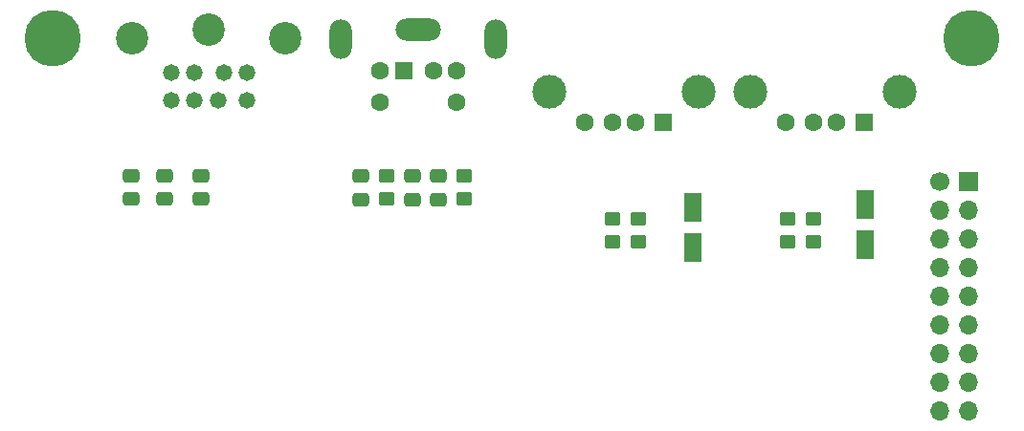
<source format=gbr>
%TF.GenerationSoftware,KiCad,Pcbnew,8.0.1*%
%TF.CreationDate,2024-04-03T08:14:29+10:00*%
%TF.ProjectId,Asus ATX USB PS2 Breakout,41737573-2041-4545-9820-555342205053,rev?*%
%TF.SameCoordinates,Original*%
%TF.FileFunction,Soldermask,Top*%
%TF.FilePolarity,Negative*%
%FSLAX46Y46*%
G04 Gerber Fmt 4.6, Leading zero omitted, Abs format (unit mm)*
G04 Created by KiCad (PCBNEW 8.0.1) date 2024-04-03 08:14:29*
%MOMM*%
%LPD*%
G01*
G04 APERTURE LIST*
G04 Aperture macros list*
%AMRoundRect*
0 Rectangle with rounded corners*
0 $1 Rounding radius*
0 $2 $3 $4 $5 $6 $7 $8 $9 X,Y pos of 4 corners*
0 Add a 4 corners polygon primitive as box body*
4,1,4,$2,$3,$4,$5,$6,$7,$8,$9,$2,$3,0*
0 Add four circle primitives for the rounded corners*
1,1,$1+$1,$2,$3*
1,1,$1+$1,$4,$5*
1,1,$1+$1,$6,$7*
1,1,$1+$1,$8,$9*
0 Add four rect primitives between the rounded corners*
20,1,$1+$1,$2,$3,$4,$5,0*
20,1,$1+$1,$4,$5,$6,$7,0*
20,1,$1+$1,$6,$7,$8,$9,0*
20,1,$1+$1,$8,$9,$2,$3,0*%
G04 Aperture macros list end*
%ADD10RoundRect,0.250000X-0.475000X0.337500X-0.475000X-0.337500X0.475000X-0.337500X0.475000X0.337500X0*%
%ADD11R,1.600000X1.500000*%
%ADD12C,1.600000*%
%ADD13C,3.000000*%
%ADD14RoundRect,0.250000X-0.450000X0.350000X-0.450000X-0.350000X0.450000X-0.350000X0.450000X0.350000X0*%
%ADD15RoundRect,0.250000X-0.550000X1.050000X-0.550000X-1.050000X0.550000X-1.050000X0.550000X1.050000X0*%
%ADD16C,2.900000*%
%ADD17C,5.000000*%
%ADD18C,1.473200*%
%ADD19C,2.870200*%
%ADD20R,1.600000X1.600000*%
%ADD21O,2.000000X3.500000*%
%ADD22O,4.000000X2.000000*%
%ADD23R,1.700000X1.700000*%
%ADD24O,1.700000X1.700000*%
%ADD25C,1.700000*%
G04 APERTURE END LIST*
D10*
%TO.C,C7*%
X124250000Y-88159500D03*
X124250000Y-86084500D03*
%TD*%
D11*
%TO.C,J4*%
X189174000Y-81306000D03*
D12*
X186674000Y-81306000D03*
X184674000Y-81306000D03*
X182174000Y-81306000D03*
D13*
X192244000Y-78596000D03*
X179104000Y-78596000D03*
%TD*%
D10*
%TO.C,C8*%
X127254000Y-86084500D03*
X127254000Y-88159500D03*
%TD*%
D14*
%TO.C,R5*%
X184658000Y-89932000D03*
X184658000Y-91932000D03*
%TD*%
%TO.C,R6*%
X153758000Y-88100000D03*
X153758000Y-86100000D03*
%TD*%
D10*
%TO.C,C6*%
X144600000Y-86092500D03*
X144600000Y-88167500D03*
%TD*%
D14*
%TO.C,R7*%
X166878000Y-89932000D03*
X166878000Y-91932000D03*
%TD*%
D15*
%TO.C,C3*%
X173990000Y-88856000D03*
X173990000Y-92456000D03*
%TD*%
D16*
%TO.C,H1*%
X117348000Y-73914000D03*
D17*
X117348000Y-73914000D03*
%TD*%
D16*
%TO.C,H2*%
X198628000Y-73914000D03*
D17*
X198628000Y-73914000D03*
%TD*%
D18*
%TO.C,J3*%
X129870200Y-76911200D03*
X132461000Y-76911200D03*
X127812800Y-76911200D03*
X129870200Y-79400400D03*
X134518400Y-76911200D03*
X127812800Y-79400400D03*
X131978400Y-79400400D03*
X134518400Y-79400400D03*
D19*
X131165600Y-73101200D03*
X124409200Y-73914000D03*
X137922000Y-73914000D03*
%TD*%
D20*
%TO.C,J2*%
X148404000Y-76802000D03*
D12*
X151004000Y-76802000D03*
X146304000Y-76802000D03*
X153104000Y-76802000D03*
X146304000Y-79602000D03*
X153104000Y-79602000D03*
D21*
X156554000Y-73952000D03*
D22*
X149704000Y-73152000D03*
D21*
X142854000Y-73952000D03*
%TD*%
D10*
%TO.C,C2*%
X149186000Y-88167500D03*
X149186000Y-86092500D03*
%TD*%
D14*
%TO.C,R9*%
X146900000Y-88100000D03*
X146900000Y-86100000D03*
%TD*%
%TO.C,R8*%
X169164000Y-89932000D03*
X169164000Y-91932000D03*
%TD*%
%TO.C,R4*%
X182372000Y-89932000D03*
X182372000Y-91932000D03*
%TD*%
D10*
%TO.C,C5*%
X130500000Y-86084500D03*
X130500000Y-88159500D03*
%TD*%
D15*
%TO.C,C4*%
X189230000Y-88624000D03*
X189230000Y-92224000D03*
%TD*%
D11*
%TO.C,J1*%
X171394000Y-81306000D03*
D12*
X168894000Y-81306000D03*
X166894000Y-81306000D03*
X164394000Y-81306000D03*
D13*
X174464000Y-78596000D03*
X161324000Y-78596000D03*
%TD*%
D10*
%TO.C,C1*%
X151472000Y-88167500D03*
X151472000Y-86092500D03*
%TD*%
D23*
%TO.C,J6*%
X198374000Y-86614000D03*
D24*
X198374000Y-89154000D03*
X198374000Y-91694000D03*
X198374000Y-94234000D03*
X198374000Y-96774000D03*
X198374000Y-99314000D03*
X198374000Y-101854000D03*
X198374000Y-104394000D03*
X198374000Y-106934000D03*
D25*
X195834000Y-86614000D03*
D24*
X195834000Y-89154000D03*
X195834000Y-91694000D03*
X195834000Y-94234000D03*
X195834000Y-96774000D03*
X195834000Y-99314000D03*
X195834000Y-101854000D03*
X195834000Y-104394000D03*
X195834000Y-106934000D03*
%TD*%
M02*

</source>
